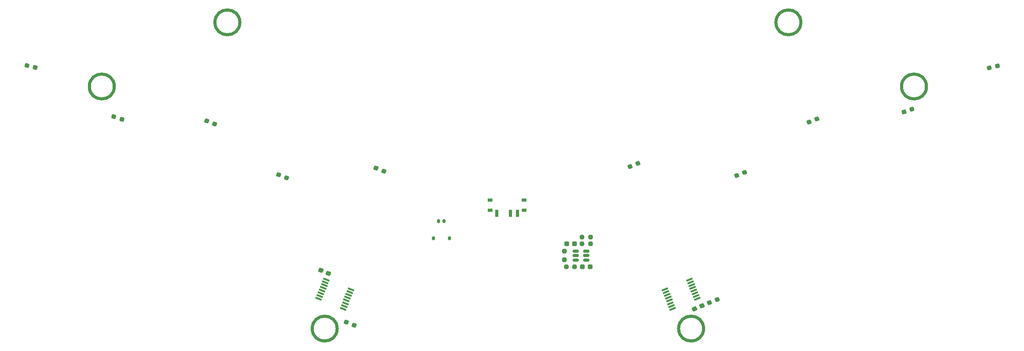
<source format=gbr>
%TF.GenerationSoftware,KiCad,Pcbnew,8.0.9-1.fc41*%
%TF.CreationDate,2025-03-09T10:33:46+11:00*%
%TF.ProjectId,katori,6b61746f-7269-42e6-9b69-6361645f7063,0.2*%
%TF.SameCoordinates,Original*%
%TF.FileFunction,Paste,Bot*%
%TF.FilePolarity,Positive*%
%FSLAX46Y46*%
G04 Gerber Fmt 4.6, Leading zero omitted, Abs format (unit mm)*
G04 Created by KiCad (PCBNEW 8.0.9-1.fc41) date 2025-03-09 10:33:46*
%MOMM*%
%LPD*%
G01*
G04 APERTURE LIST*
G04 Aperture macros list*
%AMRoundRect*
0 Rectangle with rounded corners*
0 $1 Rounding radius*
0 $2 $3 $4 $5 $6 $7 $8 $9 X,Y pos of 4 corners*
0 Add a 4 corners polygon primitive as box body*
4,1,4,$2,$3,$4,$5,$6,$7,$8,$9,$2,$3,0*
0 Add four circle primitives for the rounded corners*
1,1,$1+$1,$2,$3*
1,1,$1+$1,$4,$5*
1,1,$1+$1,$6,$7*
1,1,$1+$1,$8,$9*
0 Add four rect primitives between the rounded corners*
20,1,$1+$1,$2,$3,$4,$5,0*
20,1,$1+$1,$4,$5,$6,$7,0*
20,1,$1+$1,$6,$7,$8,$9,0*
20,1,$1+$1,$8,$9,$2,$3,0*%
G04 Aperture macros list end*
%ADD10C,0.700000*%
%ADD11RoundRect,0.100000X0.628540X-0.146093X-0.553619X0.331530X-0.628540X0.146093X0.553619X-0.331530X0*%
%ADD12RoundRect,0.237500X-0.142827X-0.313858X0.320765X-0.126555X0.142827X0.313858X-0.320765X0.126555X0*%
%ADD13RoundRect,0.237500X-0.367124X-0.107824X0.189186X-0.332588X0.367124X0.107824X-0.189186X0.332588X0*%
%ADD14RoundRect,0.237500X0.250000X0.237500X-0.250000X0.237500X-0.250000X-0.237500X0.250000X-0.237500X0*%
%ADD15RoundRect,0.150000X0.150000X0.275000X-0.150000X0.275000X-0.150000X-0.275000X0.150000X-0.275000X0*%
%ADD16RoundRect,0.175000X0.175000X0.225000X-0.175000X0.225000X-0.175000X-0.225000X0.175000X-0.225000X0*%
%ADD17RoundRect,0.237500X-0.237500X0.250000X-0.237500X-0.250000X0.237500X-0.250000X0.237500X0.250000X0*%
%ADD18RoundRect,0.237500X-0.320765X-0.126555X0.142827X-0.313858X0.320765X0.126555X-0.142827X0.313858X0*%
%ADD19RoundRect,0.237500X-0.300030X-0.169965X0.185117X-0.290926X0.300030X0.169965X-0.185117X0.290926X0*%
%ADD20RoundRect,0.237500X-0.300000X-0.237500X0.300000X-0.237500X0.300000X0.237500X-0.300000X0.237500X0*%
%ADD21RoundRect,0.100000X-0.553619X-0.331530X0.628540X0.146093X0.553619X0.331530X-0.628540X-0.146093X0*%
%ADD22R,1.000000X0.800000*%
%ADD23R,0.700000X1.500000*%
%ADD24RoundRect,0.150000X0.512500X0.150000X-0.512500X0.150000X-0.512500X-0.150000X0.512500X-0.150000X0*%
%ADD25RoundRect,0.237500X0.142827X0.313858X-0.320765X0.126555X-0.142827X-0.313858X0.320765X-0.126555X0*%
%ADD26RoundRect,0.237500X-0.313702X-0.143169X0.159057X-0.305953X0.313702X0.143169X-0.159057X0.305953X0*%
%ADD27RoundRect,0.237500X-0.185117X-0.290926X0.300030X-0.169965X0.185117X0.290926X-0.300030X0.169965X0*%
%ADD28RoundRect,0.237500X-0.159057X-0.305953X0.313702X-0.143169X0.159057X0.305953X-0.313702X0.143169X0*%
%ADD29RoundRect,0.237500X-0.189186X-0.332588X0.367124X-0.107824X0.189186X0.332588X-0.367124X0.107824X0*%
G04 APERTURE END LIST*
D10*
%TO.C,H6*%
X201074790Y-133814955D02*
G75*
G02*
X195674790Y-133814955I-2700000J0D01*
G01*
X195674790Y-133814955D02*
G75*
G02*
X201074790Y-133814955I2700000J0D01*
G01*
%TO.C,H2*%
X222153627Y-67330303D02*
G75*
G02*
X216753625Y-67330303I-2700001J0D01*
G01*
X216753625Y-67330303D02*
G75*
G02*
X222153627Y-67330303I2700001J0D01*
G01*
%TO.C,H1*%
X100625099Y-67330292D02*
G75*
G02*
X95225099Y-67330292I-2700000J0D01*
G01*
X95225099Y-67330292D02*
G75*
G02*
X100625099Y-67330292I2700000J0D01*
G01*
%TO.C,H3*%
X73414333Y-81256592D02*
G75*
G02*
X68014333Y-81256592I-2700000J0D01*
G01*
X68014333Y-81256592D02*
G75*
G02*
X73414333Y-81256592I2700000J0D01*
G01*
%TO.C,H4*%
X249364403Y-81256588D02*
G75*
G02*
X243964403Y-81256588I-2700000J0D01*
G01*
X243964403Y-81256588D02*
G75*
G02*
X249364403Y-81256588I2700000J0D01*
G01*
%TO.C,H5*%
X121703918Y-133814978D02*
G75*
G02*
X116303918Y-133814978I-2700000J0D01*
G01*
X116303918Y-133814978D02*
G75*
G02*
X121703918Y-133814978I2700000J0D01*
G01*
%TD*%
D11*
%TO.C,U2*%
X124690217Y-125300079D03*
X124446723Y-125902749D03*
X124203229Y-126505411D03*
X123959753Y-127108080D03*
X123716242Y-127710749D03*
X123472745Y-128313416D03*
X123229261Y-128916088D03*
X122985764Y-129518750D03*
X117677643Y-127374125D03*
X117921137Y-126771455D03*
X118164631Y-126168793D03*
X118408107Y-125566124D03*
X118651618Y-124963455D03*
X118895115Y-124360788D03*
X119138599Y-123758116D03*
X119382096Y-123155454D03*
%TD*%
D12*
%TO.C,R13*%
X223942010Y-88955772D03*
X225634122Y-88272140D03*
%TD*%
D13*
%TO.C,C1*%
X118190685Y-121174228D03*
X119790081Y-121820428D03*
%TD*%
D14*
%TO.C,R8*%
X173153346Y-120421520D03*
X171328336Y-120421494D03*
%TD*%
D12*
%TO.C,R12*%
X202306627Y-128193123D03*
X203998731Y-127509491D03*
%TD*%
%TO.C,R14*%
X208265394Y-100574356D03*
X209957506Y-99890724D03*
%TD*%
D15*
%TO.C,J1*%
X144872291Y-110473418D03*
X143672282Y-110473416D03*
D16*
X146022292Y-114248413D03*
X142522288Y-114248422D03*
%TD*%
D17*
%TO.C,R16*%
X170903352Y-117009041D03*
X170903342Y-118834031D03*
%TD*%
D18*
%TO.C,R4*%
X130097015Y-98984264D03*
X131789115Y-99667894D03*
%TD*%
D19*
%TO.C,R6*%
X54484789Y-76668911D03*
X56255577Y-77110425D03*
%TD*%
D20*
%TO.C,C2*%
X171403357Y-115421524D03*
X173128355Y-115421522D03*
%TD*%
D21*
%TO.C,U4*%
X194392956Y-129518754D03*
X194149468Y-128916088D03*
X193905973Y-128313415D03*
X193662486Y-127710739D03*
X193418994Y-127108075D03*
X193175491Y-126505406D03*
X192931994Y-125902741D03*
X192688512Y-125300071D03*
X197996628Y-123155444D03*
X198240116Y-123758110D03*
X198483611Y-124360783D03*
X198727098Y-124963459D03*
X198970590Y-125566123D03*
X199214093Y-126168792D03*
X199457590Y-126771457D03*
X199701072Y-127374127D03*
%TD*%
D14*
%TO.C,R9*%
X176565847Y-113921536D03*
X174740837Y-113921510D03*
%TD*%
D22*
%TO.C,SW31*%
X154871895Y-108103867D03*
X154871896Y-105893861D03*
X162171887Y-105893856D03*
X162171888Y-108103853D03*
D23*
X156271880Y-108753863D03*
X159271898Y-108753859D03*
X160771896Y-108753859D03*
%TD*%
D18*
%TO.C,R2*%
X93430309Y-88736875D03*
X95122427Y-89420505D03*
%TD*%
%TO.C,R3*%
X109052502Y-100422073D03*
X110744602Y-101105703D03*
%TD*%
D24*
%TO.C,U3*%
X175653349Y-117021524D03*
X175653352Y-117971542D03*
X175653350Y-118921526D03*
X173378361Y-118921534D03*
X173378358Y-117971516D03*
X173378360Y-117021532D03*
%TD*%
D14*
%TO.C,R7*%
X176565848Y-115421546D03*
X174740838Y-115421520D03*
%TD*%
D25*
%TO.C,R15*%
X186851242Y-97943357D03*
X185159132Y-98626999D03*
%TD*%
D26*
%TO.C,R1*%
X73324742Y-87783270D03*
X75050330Y-88377414D03*
%TD*%
D27*
%TO.C,R11*%
X262942214Y-77214064D03*
X264712996Y-76772562D03*
%TD*%
D28*
%TO.C,R10*%
X244483874Y-86806385D03*
X246209436Y-86212239D03*
%TD*%
D18*
%TO.C,R5*%
X123669175Y-132441486D03*
X125361293Y-133125116D03*
%TD*%
D20*
%TO.C,C3*%
X174790828Y-120421524D03*
X176515826Y-120421522D03*
%TD*%
D29*
%TO.C,C4*%
X199123273Y-129494393D03*
X200722683Y-128848187D03*
%TD*%
M02*

</source>
